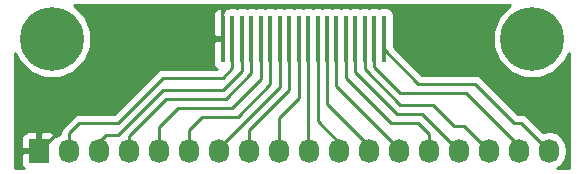
<source format=gbr>
G04 #@! TF.FileFunction,Copper,L1,Top,Signal*
%FSLAX46Y46*%
G04 Gerber Fmt 4.6, Leading zero omitted, Abs format (unit mm)*
G04 Created by KiCad (PCBNEW 4.0.2-stable) date 12/13/2016 12:23:09 PM*
%MOMM*%
G01*
G04 APERTURE LIST*
%ADD10C,0.100000*%
%ADD11R,1.727200X2.032000*%
%ADD12O,1.727200X2.032000*%
%ADD13R,0.400000X4.000000*%
%ADD14C,5.400000*%
%ADD15C,0.250000*%
%ADD16C,0.254000*%
G04 APERTURE END LIST*
D10*
D11*
X148501100Y-105003600D03*
D12*
X151041100Y-105003600D03*
X153581100Y-105003600D03*
X156121100Y-105003600D03*
X158661100Y-105003600D03*
X161201100Y-105003600D03*
X163741100Y-105003600D03*
X166281100Y-105003600D03*
X168821100Y-105003600D03*
X171361100Y-105003600D03*
X173901100Y-105003600D03*
X176441100Y-105003600D03*
X178981100Y-105003600D03*
X181521100Y-105003600D03*
X184061100Y-105003600D03*
X186601100Y-105003600D03*
X189141100Y-105003600D03*
X191681100Y-105003600D03*
D13*
X164084000Y-95504000D03*
X164884000Y-95504000D03*
X165684000Y-95504000D03*
X166484000Y-95504000D03*
X167284000Y-95504000D03*
X168084000Y-95504000D03*
X168884000Y-95504000D03*
X169684000Y-95504000D03*
X170484000Y-95504000D03*
X171284000Y-95504000D03*
X172084000Y-95504000D03*
X172884000Y-95504000D03*
X173684000Y-95504000D03*
X174484000Y-95504000D03*
X175284000Y-95504000D03*
X176084000Y-95504000D03*
X176884000Y-95504000D03*
X177684000Y-95504000D03*
D14*
X149606000Y-95504000D03*
X190246000Y-95504000D03*
D15*
X164084000Y-95504000D02*
X158000700Y-95504000D01*
X158000700Y-95504000D02*
X148501100Y-105003600D01*
X164084000Y-95504000D02*
X164084000Y-96266000D01*
X164884000Y-95504000D02*
X164884000Y-98006000D01*
X151041100Y-103466900D02*
X151041100Y-105003600D01*
X151892000Y-102616000D02*
X151041100Y-103466900D01*
X155194000Y-102616000D02*
X151892000Y-102616000D01*
X159004000Y-98806000D02*
X155194000Y-102616000D01*
X164084000Y-98806000D02*
X159004000Y-98806000D01*
X164884000Y-98006000D02*
X164084000Y-98806000D01*
X165684000Y-95504000D02*
X165684000Y-98222000D01*
X154178000Y-103632000D02*
X153581100Y-104228900D01*
X155194000Y-103632000D02*
X154178000Y-103632000D01*
X159004000Y-99822000D02*
X155194000Y-103632000D01*
X164084000Y-99822000D02*
X159004000Y-99822000D01*
X165684000Y-98222000D02*
X164084000Y-99822000D01*
X153581100Y-104228900D02*
X153581100Y-105003600D01*
X166484000Y-95504000D02*
X166484000Y-98438000D01*
X156121100Y-103720900D02*
X156121100Y-105003600D01*
X159258000Y-100584000D02*
X156121100Y-103720900D01*
X164338000Y-100584000D02*
X159258000Y-100584000D01*
X166484000Y-98438000D02*
X164338000Y-100584000D01*
X167284000Y-95504000D02*
X167284000Y-98908000D01*
X158661100Y-102958900D02*
X158661100Y-105003600D01*
X160274000Y-101346000D02*
X158661100Y-102958900D01*
X164846000Y-101346000D02*
X160274000Y-101346000D01*
X167284000Y-98908000D02*
X164846000Y-101346000D01*
X168084000Y-95504000D02*
X168084000Y-99378000D01*
X161201100Y-103212900D02*
X161201100Y-105003600D01*
X162306000Y-102108000D02*
X161201100Y-103212900D01*
X165354000Y-102108000D02*
X162306000Y-102108000D01*
X168084000Y-99378000D02*
X165354000Y-102108000D01*
X168884000Y-95504000D02*
X168884000Y-99594000D01*
X168884000Y-99594000D02*
X163741100Y-104736900D01*
X163741100Y-104736900D02*
X163741100Y-105003600D01*
X169684000Y-95504000D02*
X169684000Y-99810000D01*
X166281100Y-103212900D02*
X166281100Y-105003600D01*
X169684000Y-99810000D02*
X166281100Y-103212900D01*
X170484000Y-95504000D02*
X170484000Y-100534000D01*
X168821100Y-102196900D02*
X168821100Y-105003600D01*
X170484000Y-100534000D02*
X168821100Y-102196900D01*
X171284000Y-95504000D02*
X171284000Y-104926500D01*
X171284000Y-104926500D02*
X171361100Y-105003600D01*
X172084000Y-95504000D02*
X172084000Y-102488000D01*
X172084000Y-102488000D02*
X173901100Y-104305100D01*
X173901100Y-104305100D02*
X173901100Y-105003600D01*
X172884000Y-95504000D02*
X172884000Y-101002000D01*
X172884000Y-101002000D02*
X176441100Y-104559100D01*
X176441100Y-104559100D02*
X176441100Y-105003600D01*
X173684000Y-95504000D02*
X173684000Y-99516000D01*
X173684000Y-99516000D02*
X178981100Y-104813100D01*
X178981100Y-104813100D02*
X178981100Y-105003600D01*
X174484000Y-95504000D02*
X174484000Y-98792000D01*
X181521100Y-103543100D02*
X181521100Y-105003600D01*
X180594000Y-102616000D02*
X181521100Y-103543100D01*
X178308000Y-102616000D02*
X180594000Y-102616000D01*
X174484000Y-98792000D02*
X178308000Y-102616000D01*
X175284000Y-95504000D02*
X175284000Y-98322000D01*
X180911500Y-101854000D02*
X184061100Y-105003600D01*
X178816000Y-101854000D02*
X180911500Y-101854000D01*
X175284000Y-98322000D02*
X178816000Y-101854000D01*
X176084000Y-95504000D02*
X176084000Y-98106000D01*
X184467500Y-102870000D02*
X186601100Y-105003600D01*
X183642000Y-102870000D02*
X184467500Y-102870000D01*
X181864000Y-101092000D02*
X183642000Y-102870000D01*
X179070000Y-101092000D02*
X181864000Y-101092000D01*
X176084000Y-98106000D02*
X179070000Y-101092000D01*
X176884000Y-95504000D02*
X176884000Y-97890000D01*
X184658000Y-100076000D02*
X189141100Y-104559100D01*
X179070000Y-100076000D02*
X184658000Y-100076000D01*
X176884000Y-97890000D02*
X179070000Y-100076000D01*
X189141100Y-104559100D02*
X189141100Y-105003600D01*
X177684000Y-95504000D02*
X177684000Y-96404000D01*
X177684000Y-96404000D02*
X180594000Y-99314000D01*
X180594000Y-99314000D02*
X185420000Y-99314000D01*
X185420000Y-99314000D02*
X188722000Y-102616000D01*
X188722000Y-102616000D02*
X189293500Y-102616000D01*
X189293500Y-102616000D02*
X191681100Y-105003600D01*
D16*
G36*
X188359342Y-92675076D02*
X187420373Y-93612407D01*
X186911580Y-94837717D01*
X186910422Y-96164462D01*
X187417076Y-97390658D01*
X188354407Y-98329627D01*
X189579717Y-98838420D01*
X190906462Y-98839578D01*
X192132658Y-98332924D01*
X193071627Y-97395593D01*
X193346000Y-96734829D01*
X193346000Y-106478000D01*
X192396573Y-106478000D01*
X192740770Y-106248015D01*
X193065626Y-105761834D01*
X193179700Y-105188345D01*
X193179700Y-104818855D01*
X193065626Y-104245366D01*
X192740770Y-103759185D01*
X192254589Y-103434329D01*
X191681100Y-103320255D01*
X191173521Y-103421219D01*
X189830901Y-102078599D01*
X189584339Y-101913852D01*
X189293500Y-101856000D01*
X189036802Y-101856000D01*
X185957401Y-98776599D01*
X185710839Y-98611852D01*
X185420000Y-98554000D01*
X180908802Y-98554000D01*
X178531440Y-96176638D01*
X178531440Y-93504000D01*
X178487162Y-93268683D01*
X178348090Y-93052559D01*
X178135890Y-92907569D01*
X177884000Y-92856560D01*
X177484000Y-92856560D01*
X177276658Y-92895574D01*
X177084000Y-92856560D01*
X176684000Y-92856560D01*
X176476658Y-92895574D01*
X176284000Y-92856560D01*
X175884000Y-92856560D01*
X175676658Y-92895574D01*
X175484000Y-92856560D01*
X175084000Y-92856560D01*
X174876658Y-92895574D01*
X174684000Y-92856560D01*
X174284000Y-92856560D01*
X174076658Y-92895574D01*
X173884000Y-92856560D01*
X173484000Y-92856560D01*
X173276658Y-92895574D01*
X173084000Y-92856560D01*
X172684000Y-92856560D01*
X172476658Y-92895574D01*
X172284000Y-92856560D01*
X171884000Y-92856560D01*
X171676658Y-92895574D01*
X171484000Y-92856560D01*
X171084000Y-92856560D01*
X170876658Y-92895574D01*
X170684000Y-92856560D01*
X170284000Y-92856560D01*
X170076658Y-92895574D01*
X169884000Y-92856560D01*
X169484000Y-92856560D01*
X169276658Y-92895574D01*
X169084000Y-92856560D01*
X168684000Y-92856560D01*
X168476658Y-92895574D01*
X168284000Y-92856560D01*
X167884000Y-92856560D01*
X167676658Y-92895574D01*
X167484000Y-92856560D01*
X167084000Y-92856560D01*
X166876658Y-92895574D01*
X166684000Y-92856560D01*
X166284000Y-92856560D01*
X166076658Y-92895574D01*
X165884000Y-92856560D01*
X165484000Y-92856560D01*
X165276658Y-92895574D01*
X165084000Y-92856560D01*
X164684000Y-92856560D01*
X164475150Y-92895858D01*
X164410309Y-92869000D01*
X164342750Y-92869000D01*
X164184000Y-93027750D01*
X164184000Y-93110978D01*
X164087569Y-93252110D01*
X164036560Y-93504000D01*
X164036560Y-95651000D01*
X163984000Y-95651000D01*
X163984000Y-95631000D01*
X163407750Y-95631000D01*
X163249000Y-95789750D01*
X163249000Y-97630310D01*
X163345673Y-97863699D01*
X163524302Y-98042327D01*
X163533169Y-98046000D01*
X159004000Y-98046000D01*
X158713161Y-98103852D01*
X158466599Y-98268599D01*
X154879198Y-101856000D01*
X151892000Y-101856000D01*
X151601160Y-101913852D01*
X151354599Y-102078599D01*
X150503699Y-102929499D01*
X150338952Y-103176061D01*
X150281100Y-103466900D01*
X150281100Y-103558952D01*
X149981430Y-103759185D01*
X149966600Y-103781380D01*
X149903027Y-103627901D01*
X149724398Y-103449273D01*
X149491009Y-103352600D01*
X148786850Y-103352600D01*
X148628100Y-103511350D01*
X148628100Y-104876600D01*
X148648100Y-104876600D01*
X148648100Y-105130600D01*
X148628100Y-105130600D01*
X148628100Y-105150600D01*
X148374100Y-105150600D01*
X148374100Y-105130600D01*
X147161250Y-105130600D01*
X147002500Y-105289350D01*
X147002500Y-106145910D01*
X147099173Y-106379299D01*
X147197875Y-106478000D01*
X146506000Y-106478000D01*
X146506000Y-103861290D01*
X147002500Y-103861290D01*
X147002500Y-104717850D01*
X147161250Y-104876600D01*
X148374100Y-104876600D01*
X148374100Y-103511350D01*
X148215350Y-103352600D01*
X147511191Y-103352600D01*
X147277802Y-103449273D01*
X147099173Y-103627901D01*
X147002500Y-103861290D01*
X146506000Y-103861290D01*
X146506000Y-96734604D01*
X146777076Y-97390658D01*
X147714407Y-98329627D01*
X148939717Y-98838420D01*
X150266462Y-98839578D01*
X151492658Y-98332924D01*
X152431627Y-97395593D01*
X152940420Y-96170283D01*
X152941578Y-94843538D01*
X152434924Y-93617342D01*
X152195691Y-93377690D01*
X163249000Y-93377690D01*
X163249000Y-95218250D01*
X163407750Y-95377000D01*
X163984000Y-95377000D01*
X163984000Y-93027750D01*
X163825250Y-92869000D01*
X163757691Y-92869000D01*
X163524302Y-92965673D01*
X163345673Y-93144301D01*
X163249000Y-93377690D01*
X152195691Y-93377690D01*
X151497593Y-92678373D01*
X151448529Y-92658000D01*
X188400669Y-92658000D01*
X188359342Y-92675076D01*
X188359342Y-92675076D01*
G37*
X188359342Y-92675076D02*
X187420373Y-93612407D01*
X186911580Y-94837717D01*
X186910422Y-96164462D01*
X187417076Y-97390658D01*
X188354407Y-98329627D01*
X189579717Y-98838420D01*
X190906462Y-98839578D01*
X192132658Y-98332924D01*
X193071627Y-97395593D01*
X193346000Y-96734829D01*
X193346000Y-106478000D01*
X192396573Y-106478000D01*
X192740770Y-106248015D01*
X193065626Y-105761834D01*
X193179700Y-105188345D01*
X193179700Y-104818855D01*
X193065626Y-104245366D01*
X192740770Y-103759185D01*
X192254589Y-103434329D01*
X191681100Y-103320255D01*
X191173521Y-103421219D01*
X189830901Y-102078599D01*
X189584339Y-101913852D01*
X189293500Y-101856000D01*
X189036802Y-101856000D01*
X185957401Y-98776599D01*
X185710839Y-98611852D01*
X185420000Y-98554000D01*
X180908802Y-98554000D01*
X178531440Y-96176638D01*
X178531440Y-93504000D01*
X178487162Y-93268683D01*
X178348090Y-93052559D01*
X178135890Y-92907569D01*
X177884000Y-92856560D01*
X177484000Y-92856560D01*
X177276658Y-92895574D01*
X177084000Y-92856560D01*
X176684000Y-92856560D01*
X176476658Y-92895574D01*
X176284000Y-92856560D01*
X175884000Y-92856560D01*
X175676658Y-92895574D01*
X175484000Y-92856560D01*
X175084000Y-92856560D01*
X174876658Y-92895574D01*
X174684000Y-92856560D01*
X174284000Y-92856560D01*
X174076658Y-92895574D01*
X173884000Y-92856560D01*
X173484000Y-92856560D01*
X173276658Y-92895574D01*
X173084000Y-92856560D01*
X172684000Y-92856560D01*
X172476658Y-92895574D01*
X172284000Y-92856560D01*
X171884000Y-92856560D01*
X171676658Y-92895574D01*
X171484000Y-92856560D01*
X171084000Y-92856560D01*
X170876658Y-92895574D01*
X170684000Y-92856560D01*
X170284000Y-92856560D01*
X170076658Y-92895574D01*
X169884000Y-92856560D01*
X169484000Y-92856560D01*
X169276658Y-92895574D01*
X169084000Y-92856560D01*
X168684000Y-92856560D01*
X168476658Y-92895574D01*
X168284000Y-92856560D01*
X167884000Y-92856560D01*
X167676658Y-92895574D01*
X167484000Y-92856560D01*
X167084000Y-92856560D01*
X166876658Y-92895574D01*
X166684000Y-92856560D01*
X166284000Y-92856560D01*
X166076658Y-92895574D01*
X165884000Y-92856560D01*
X165484000Y-92856560D01*
X165276658Y-92895574D01*
X165084000Y-92856560D01*
X164684000Y-92856560D01*
X164475150Y-92895858D01*
X164410309Y-92869000D01*
X164342750Y-92869000D01*
X164184000Y-93027750D01*
X164184000Y-93110978D01*
X164087569Y-93252110D01*
X164036560Y-93504000D01*
X164036560Y-95651000D01*
X163984000Y-95651000D01*
X163984000Y-95631000D01*
X163407750Y-95631000D01*
X163249000Y-95789750D01*
X163249000Y-97630310D01*
X163345673Y-97863699D01*
X163524302Y-98042327D01*
X163533169Y-98046000D01*
X159004000Y-98046000D01*
X158713161Y-98103852D01*
X158466599Y-98268599D01*
X154879198Y-101856000D01*
X151892000Y-101856000D01*
X151601160Y-101913852D01*
X151354599Y-102078599D01*
X150503699Y-102929499D01*
X150338952Y-103176061D01*
X150281100Y-103466900D01*
X150281100Y-103558952D01*
X149981430Y-103759185D01*
X149966600Y-103781380D01*
X149903027Y-103627901D01*
X149724398Y-103449273D01*
X149491009Y-103352600D01*
X148786850Y-103352600D01*
X148628100Y-103511350D01*
X148628100Y-104876600D01*
X148648100Y-104876600D01*
X148648100Y-105130600D01*
X148628100Y-105130600D01*
X148628100Y-105150600D01*
X148374100Y-105150600D01*
X148374100Y-105130600D01*
X147161250Y-105130600D01*
X147002500Y-105289350D01*
X147002500Y-106145910D01*
X147099173Y-106379299D01*
X147197875Y-106478000D01*
X146506000Y-106478000D01*
X146506000Y-103861290D01*
X147002500Y-103861290D01*
X147002500Y-104717850D01*
X147161250Y-104876600D01*
X148374100Y-104876600D01*
X148374100Y-103511350D01*
X148215350Y-103352600D01*
X147511191Y-103352600D01*
X147277802Y-103449273D01*
X147099173Y-103627901D01*
X147002500Y-103861290D01*
X146506000Y-103861290D01*
X146506000Y-96734604D01*
X146777076Y-97390658D01*
X147714407Y-98329627D01*
X148939717Y-98838420D01*
X150266462Y-98839578D01*
X151492658Y-98332924D01*
X152431627Y-97395593D01*
X152940420Y-96170283D01*
X152941578Y-94843538D01*
X152434924Y-93617342D01*
X152195691Y-93377690D01*
X163249000Y-93377690D01*
X163249000Y-95218250D01*
X163407750Y-95377000D01*
X163984000Y-95377000D01*
X163984000Y-93027750D01*
X163825250Y-92869000D01*
X163757691Y-92869000D01*
X163524302Y-92965673D01*
X163345673Y-93144301D01*
X163249000Y-93377690D01*
X152195691Y-93377690D01*
X151497593Y-92678373D01*
X151448529Y-92658000D01*
X188400669Y-92658000D01*
X188359342Y-92675076D01*
M02*

</source>
